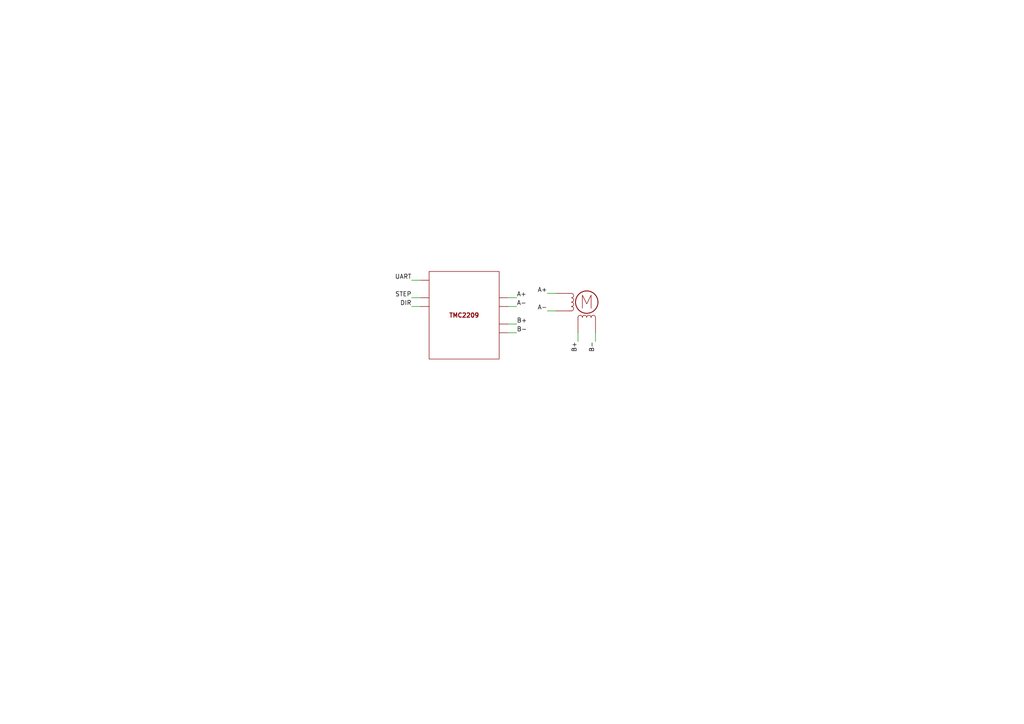
<source format=kicad_sch>
(kicad_sch (version 20230121) (generator eeschema)
  (paper "A4")
  (title_block (title "Trinamic Wiring") (date "2023-08-02") (rev "0.4") (company "Janelia Research Campus"))
  (lib_symbols
    (symbol "Janelia:DOC_TMC2209" (pin_numbers hide) (pin_names (offset 1.016) hide)
      (symbol "DOC_TMC2209_0_1"
        (rectangle (start -10.16 12.7) (end 10.16 -12.7))
      )
      (symbol "DOC_TMC2209_1_1"
        (text "TMC2209" (at 0 0 0) (effects (font (size 1.27 1.27) bold)))
        (pin bidirectional line (at -12.7 10.16 0) (length 2.54) (name "UART") (number "0"))
        (pin input line (at -12.7 5.08 0) (length 2.54) (name "STEP") (number "1"))
        (pin input line (at -12.7 -5.08 0) (length 2.54) hide (name "AD1") (number "10"))
        (pin input line (at -12.7 2.54 0) (length 2.54) (name "DIR") (number "2"))
        (pin passive line (at 2.54 -15.24 90) (length 2.54) hide (name "BRA") (number "3"))
        (pin passive line (at 7.62 -15.24 90) (length 2.54) hide (name "BRB") (number "4"))
        (pin passive line (at 12.7 5.08 180) (length 2.54) (name "OA1") (number "5"))
        (pin passive line (at 12.7 2.54 180) (length 2.54) (name "OA2") (number "6"))
        (pin passive line (at 12.7 -2.54 180) (length 2.54) (name "OB1") (number "7"))
        (pin passive line (at 12.7 -5.08 180) (length 2.54) (name "OB2") (number "8"))
        (pin input line (at -12.7 -2.54 0) (length 2.54) hide (name "AD0") (number "9"))
      )
    )
    (symbol "Janelia:Stepper_Motor_QSH2818-32-07-006" (pin_numbers hide) (pin_names (offset 0) hide)
      (symbol "Stepper_Motor_QSH2818-32-07-006_0_0"
        (polyline (pts (xy -1.27 -1.778) (xy -1.27 2.032) (xy 0 -0.508) (xy 1.27 2.032) (xy 1.27 -1.778)))
      )
      (symbol "Stepper_Motor_QSH2818-32-07-006_0_1"
        (arc (start -4.445 -2.54) (mid -3.8127 -1.905) (end -4.445 -1.27))
        (arc (start -4.445 -1.27) (mid -3.8127 -0.635) (end -4.445 0))
        (arc (start -4.445 0) (mid -3.8127 0.635) (end -4.445 1.27))
        (arc (start -4.445 1.27) (mid -3.8127 1.905) (end -4.445 2.54))
        (arc (start -1.27 -4.445) (mid -1.905 -3.8127) (end -2.54 -4.445))
        (arc (start 0 -4.445) (mid -0.635 -3.8127) (end -1.27 -4.445))
        (polyline (pts (xy -5.08 -2.54) (xy -4.445 -2.54)))
        (polyline (pts (xy -5.08 2.54) (xy -4.445 2.54)))
        (polyline (pts (xy -2.54 -5.08) (xy -2.54 -4.445)))
        (polyline (pts (xy 2.54 -5.08) (xy 2.54 -4.445)))
        (circle (center 0 0) (radius 3.2512) (stroke (width 0.254)))
        (arc (start 1.27 -4.445) (mid 0.635 -3.8127) (end 0 -4.445))
        (arc (start 2.54 -4.445) (mid 1.905 -3.8127) (end 1.27 -4.445))
      )
      (symbol "Stepper_Motor_QSH2818-32-07-006_1_1"
        (pin passive line (at -8.89 2.54 0) (length 3.81) (name "BLK") (number "A"))
        (pin passive line (at -8.89 -2.54 0) (length 3.81) (name "GRN") (number "A-"))
        (pin passive line (at -2.54 -8.89 90) (length 3.81) (name "RED") (number "B"))
        (pin passive line (at 2.54 -8.89 90) (length 3.81) (name "BLU") (number "B-"))
      )
    )
  )
  (wire (pts (xy 149.86 93.98) (xy 147.32 93.98)))
  (wire (pts (xy 119.38 81.28) (xy 121.92 81.28)))
  (wire (pts (xy 158.75 85.09) (xy 161.29 85.09)))
  (wire (pts (xy 149.86 96.52) (xy 147.32 96.52)))
  (wire (pts (xy 158.75 90.17) (xy 161.29 90.17)))
  (wire (pts (xy 119.38 88.9) (xy 121.92 88.9)))
  (wire (pts (xy 149.86 86.36) (xy 147.32 86.36)))
  (wire (pts (xy 172.72 99.06) (xy 172.72 96.52)))
  (wire (pts (xy 119.38 86.36) (xy 121.92 86.36)))
  (wire (pts (xy 167.64 99.06) (xy 167.64 96.52)))
  (wire (pts (xy 149.86 88.9) (xy 147.32 88.9)))
  (label "A-" (at 158.75 90.17 180))
  (label "B-" (at 149.86 96.52 0))
  (label "B+" (at 167.64 99.06 270))
  (label "A+" (at 158.75 85.09 180))
  (label "STEP" (at 119.38 86.36 180))
  (label "B-" (at 172.72 99.06 270))
  (label "A+" (at 149.86 86.36 0))
  (label "UART" (at 119.38 81.28 180))
  (label "B+" (at 149.86 93.98 0))
  (label "DIR" (at 119.38 88.9 180))
  (label "A-" (at 149.86 88.9 0))
  (symbol (lib_id "Janelia:Stepper_Motor_QSH2818-32-07-006") (at 170.18 87.63 0) (unit 1)
    (property "Reference" "M3" (effects hide))
    (property "Value" "Stepper_Motor_QSH2818-32-07-006" (effects hide))
    (property "Manufacturer" "Trinamic Motion Control" (effects hide))
    (property "Manufacturer Part Number" "QSH2818-32-07-006" (effects hide))
    (property "Vendor" "Digi-Key" (effects hide))
    (property "Vendor Part Number" "1460-1072-ND" (effects hide))
    (property "Sim.Enable" "0" (effects hide))
    (instances (project "trinamic_wiring" (path "" (reference "M3") (unit 1)) (path "" (reference "M4") (unit 1))))
  )
  (symbol (lib_id "Janelia:DOC_TMC2209") (at 134.62 91.44 0) (unit 1)
    (property "Reference" "TMC13" (effects hide))
    (property "Value" "DOC_TMC2209" (effects hide))
    (property "Sim.Enable" "0" (effects hide))
    (instances (project "trinamic_wiring" (path "" (reference "TMC13") (unit 1)) (path "" (reference "TMC14") (unit 1))))
  )
)
</source>
